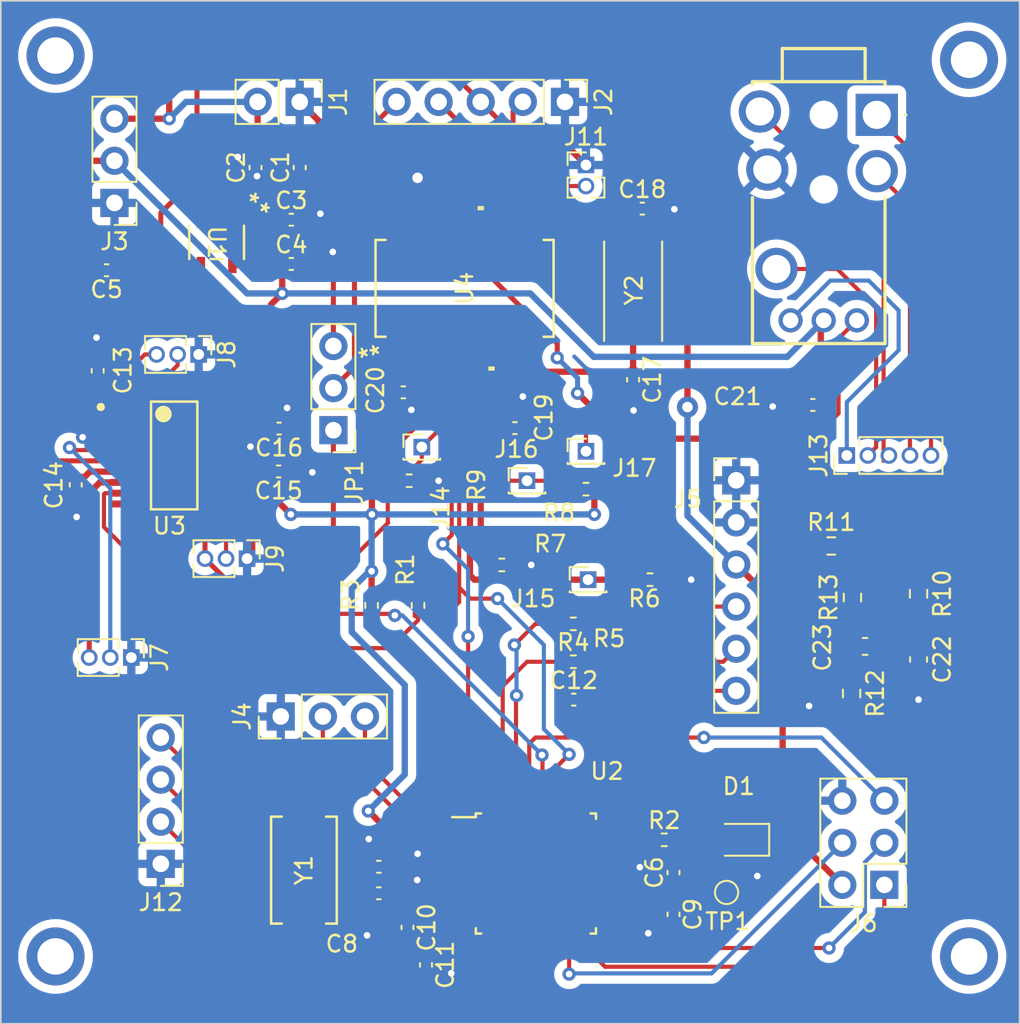
<source format=kicad_pcb>
(kicad_pcb (version 20221018) (generator pcbnew)
  (layers (0 "F.Cu" signal) (31 "B.Cu" signal) (34 "B.Paste" user) (35 "F.Paste" user) (36 "B.SilkS" user "B.Silkscreen") (37 "F.SilkS" user "F.Silkscreen") (38 "B.Mask" user) (39 "F.Mask" user) (44 "Edge.Cuts" user))
  (net 0 "")
  (net 1 "GND")
  (net 2 "VIN_5V")
  (net 3 "VCC_3V3")
  (net 4 "Net-(U2-AREF)")
  (net 5 "MCU_XTAL1")
  (net 6 "MCU_XTAL2")
  (net 7 "MCU_RST")
  (net 8 "CODEC_XOP")
  (net 9 "CODEC_XIN")
  (net 10 "Net-(C22-Pad1)")
  (net 11 "Net-(D1-A)")
  (net 12 "EXTERNAL_IN_I2S_DIN")
  (net 13 "EXTERNAL_IN_I2S_BCLK")
  (net 14 "EXTERNAL_IN_I2S_LRCLK")
  (net 15 "EXTERNAL_IN_I2S_MCLK")
  (net 16 "Net-(J4-Pin_2)")
  (net 17 "Net-(J4-Pin_3)")
  (net 18 "Net-(J7-Pin_2)")
  (net 19 "Net-(J8-Pin_2)")
  (net 20 "Net-(J9-Pin_2)")
  (net 21 "CLKGEN_OUT_I2S_MCLK")
  (net 22 "Net-(J10-DETECTOR_1)")
  (net 23 "Net-(J10-RIGHT_CHANNEL)")
  (net 24 "Net-(J10-DETECTOR_2)")
  (net 25 "Net-(J10-VIN)")
  (net 26 "Net-(J11-Pin_2)")
  (net 27 "MCU_MISO")
  (net 28 "MCU_SCK")
  (net 29 "MCU_MOSI")
  (net 30 "CODEC_IN_I2S_MCLK")
  (net 31 "MCU_SDA1")
  (net 32 "MCU_LED")
  (net 33 "MCU_SCL1")
  (net 34 "MCU_TXD0")
  (net 35 "MCU_RXD0")
  (net 36 "CODEC_GPO0")
  (net 37 "CODEC_GPO7")
  (net 38 "Net-(U4-CSB{slash}GPO2)")
  (net 39 "CODEC_RESETB")
  (net 40 "CODEC_OUT_SPDIF_AUDIO_DATA")
  (net 41 "Net-(U2-ADC6)")
  (net 49 "MCU_INT0")
  (net 54 "CODEC_CLKOUT")
  (net 55 "Net-(C23-Pad2)")
  (net 56 "Net-(J5-Pin_6)")
  (net 57 "Net-(J8-Pin_3)")
  (net 58 "Net-(J5-Pin_4)")
  (net 59 "Net-(J5-Pin_5)")
  (net 60 "Net-(J12-Pin_4)")
  (net 61 "Net-(J12-Pin_3)")
  (net 62 "Net-(J12-Pin_2)")
  (net 63 "Net-(J10-LEFT_CHANNEL)")
  (net 64 "Net-(J10-GND_2)")
  (footprint "lamikr_audio:XTAL_ABM7_ABR" (layer "F.Cu") (at 39.116 72.771 90)
    (fp_text reference "Y1")
    (fp_text value "16M")
  )
  (footprint "MountingHole:MountingHole_2.2mm_M2_ISO7380_Pad_TopBottom" (layer "F.Cu") (at 24.13 23.622)
    (fp_text reference "H1" hide)
    (fp_text value "TL")
  )
  (footprint "Capacitor_SMD:C_0402_1005Metric" (layer "F.Cu") (at 59.535 32.856)
    (fp_text reference "C18")
    (fp_text value "16pF")
  )
  (footprint "Resistor_SMD:R_0603_1608Metric" (layer "F.Cu") (at 76.2 56.0964 -90)
    (fp_text reference "R10")
    (fp_text value "0")
  )
  (footprint "Capacitor_SMD:C_0402_1005Metric" (layer "F.Cu") (at 45.3644 76.228 -90)
    (fp_text reference "C10")
    (fp_text value "16pF")
  )
  (footprint "Capacitor_SMD:C_0402_1005Metric" (layer "F.Cu") (at 37.5894 48.7172 180)
    (fp_text reference "C15")
    (fp_text value "0u1F")
  )
  (footprint "Connector_PinHeader_2.54mm:PinHeader_1x03_P2.54mm_Vertical" (layer "F.Cu") (at 27.686 32.512 180)
    (fp_text reference "J3")
    (fp_text value "PWR Test")
  )
  (footprint "Resistor_SMD:R_0402_1005Metric" (layer "F.Cu") (at 55.37 60.198)
    (fp_text reference "R4")
    (fp_text value "0k")
  )
  (footprint "Resistor_SMD:R_0402_1005Metric" (layer "F.Cu") (at 59.9948 55.245)
    (fp_text reference "R6")
    (fp_text value "10k")
  )
  (footprint "Connector_PinHeader_1.27mm:PinHeader_1x01_P1.27mm_Vertical" (layer "F.Cu") (at 56.134 47.498)
    (fp_text reference "J17")
    (fp_text value "C_CLKOUT")
  )
  (footprint "Resistor_SMD:R_0402_1005Metric" (layer "F.Cu") (at 56.134 49.784)
    (fp_text reference "R8")
    (fp_text value "10k")
  )
  (footprint "Capacitor_SMD:C_0402_1005Metric" (layer "F.Cu") (at 43.6336 74.168 180)
    (fp_text reference "C8")
    (fp_text value "0u1F")
  )
  (footprint "TestPoint:TestPoint_Pad_D1.0mm" (layer "F.Cu") (at 64.6176 74.1172)
    (fp_text reference "TP1")
    (fp_text value "TestPoint")
  )
  (footprint "Capacitor_SMD:C_0402_1005Metric" (layer "F.Cu") (at 26.67 42.644 -90)
    (fp_text reference "C13")
    (fp_text value "0u1F")
  )
  (footprint "Package_QFP:TQFP-32_7x7mm_P0.8mm" (layer "F.Cu") (at 53.1114 72.9742)
    (fp_text reference "U2")
    (fp_text value "ATmega168A-A")
  )
  (footprint "Connector_PinHeader_2.54mm:PinHeader_1x05_P2.54mm_Vertical" (layer "F.Cu") (at 54.864 26.416 -90)
    (fp_text reference "J2")
    (fp_text value "EXT_CLK_IN5")
  )
  (footprint "Connector_PinHeader_1.27mm:PinHeader_1x01_P1.27mm_Vertical" (layer "F.Cu") (at 56.261 55.245)
    (fp_text reference "J15")
    (fp_text value "C_G7")
  )
  (footprint "Capacitor_SMD:C_0402_1005Metric" (layer "F.Cu") (at 25.3492 49.52 90)
    (fp_text reference "C14")
    (fp_text value "0u1F")
  )
  (footprint "Resistor_SMD:R_0603_1608Metric" (layer "F.Cu") (at 72.1614 62.1162 -90)
    (fp_text reference "R12")
    (fp_text value "110")
  )
  (footprint "Connector_PinHeader_2.54mm:PinHeader_1x04_P2.54mm_Vertical" (layer "F.Cu") (at 30.48 72.39 180)
    (fp_text reference "J12")
    (fp_text value "MCU_GPIOS1")
  )
  (footprint "Capacitor_SMD:C_0402_1005Metric" (layer "F.Cu") (at 38.354 36.195)
    (fp_text reference "C4")
    (fp_text value "0u1F")
  )
  (footprint "Resistor_SMD:R_0603_1608Metric" (layer "F.Cu") (at 72.2122 56.325 90)
    (fp_text reference "R13")
    (fp_text value "210")
  )
  (footprint "Connector_PinHeader_1.27mm:PinHeader_1x03_P1.27mm_Vertical" (layer "F.Cu") (at 35.687 53.975 -90)
    (fp_text reference "J9")
    (fp_text value "CLKO_3TP")
  )
  (footprint "Resistor_SMD:R_0402_1005Metric" (layer "F.Cu") (at 55.37 57.912)
    (fp_text reference "R5")
    (fp_text value "10k")
  )
  (footprint "Capacitor_SMD:C_0603_1608Metric" (layer "F.Cu") (at 72.9744 59.2714 180)
    (fp_text reference "C23")
    (fp_text value "0u1F")
  )
  (footprint "Resistor_SMD:R_0402_1005Metric" (layer "F.Cu") (at 46 56.8 90)
    (fp_text reference "R1")
    (fp_text value "4K7")
  )
  (footprint "Resistor_SMD:R_0603_1608Metric" (layer "F.Cu") (at 70.929 53.213)
    (fp_text reference "R11")
    (fp_text value "0")
  )
  (footprint "Connector_PinHeader_1.27mm:PinHeader_1x03_P1.27mm_Vertical" (layer "F.Cu") (at 28.702 59.944 -90)
    (fp_text reference "J7")
    (fp_text value "CLKI_3TP")
  )
  (footprint "Connector_PinHeader_1.27mm:PinHeader_1x01_P1.27mm_Vertical" (layer "F.Cu") (at 46.228 47.244)
    (fp_text reference "J14")
    (fp_text value "C_G0")
  )
  (footprint "Capacitor_SMD:C_0402_1005Metric" (layer "F.Cu") (at 46.482 78.486 -90)
    (fp_text reference "C11")
    (fp_text value "16pF")
  )
  (footprint "Capacitor_SMD:C_0402_1005Metric" (layer "F.Cu") (at 27.206 36.576 180)
    (fp_text reference "C5")
    (fp_text value "0u1F")
  )
  (footprint "Connector_PinHeader_2.54mm:PinHeader_1x06_P2.54mm_Vertical" (layer "F.Cu") (at 65.2 49.25)
    (fp_text reference "J5")
    (fp_text value "FTDI_6P")
  )
  (footprint "Resistor_SMD:R_0402_1005Metric" (layer "F.Cu") (at 45.466 49.276)
    (fp_text reference "R9")
    (fp_text value "10k")
  )
  (footprint "MountingHole:MountingHole_2.2mm_M2_ISO7380_Pad_TopBottom" (layer "F.Cu") (at 24.13 77.978)
    (fp_text reference "H3" hide)
    (fp_text value "BL")
  )
  (footprint "Capacitor_SMD:C_0402_1005Metric" (layer "F.Cu") (at 37.6174 46.1264 180)
    (fp_text reference "C16")
    (fp_text value "0u1F")
  )
  (footprint "lamikr_audio:FCR684204T" (layer "F.Cu") (at 73.6784 27.1986 180)
    (fp_text reference "J10" hide)
    (fp_text value "FCR684204T" hide)
  )
  (footprint "Resistor_SMD:R_0402_1005Metric" (layer "F.Cu") (at 43.2 56.8 -90)
    (fp_text reference "R3")
    (fp_text value "4K7")
  )
  (footprint "Capacitor_SMD:C_0402_1005Metric" (layer "F.Cu") (at 61.4172 72.9208 90)
    (fp_text reference "C6")
    (fp_text value "0u1F")
  )
  (footprint "lamikr_audio:SOT-23-5_DBV_TEX" (layer "F.Cu") (at 33.847999 34.89325 -90)
    (fp_text reference "U1")
    (fp_text value "PTLV709A33DBVR")
  )
  (footprint "Capacitor_SMD:C_0402_1005Metric" (layer "F.Cu") (at 61.4172 75.4406 -90)
    (fp_text reference "C9")
    (fp_text value "0u1F")
  )
  (footprint "LED_SMD:LED_0805_2012Metric" (layer "F.Cu") (at 65.5043 70.9422 180)
    (fp_text reference "D1")
    (fp_text value "LED")
  )
  (footprint "Capacitor_SMD:C_0402_1005Metric" (layer "F.Cu") (at 38.862 30.381 90)
    (fp_text reference "C1")
    (fp_text value "4u7F")
  )
  (footprint "Capacitor_SMD:C_0402_1005Metric" (layer "F.Cu") (at 69.822 44.704 180)
    (fp_text reference "C21")
    (fp_text value "C")
  )
  (footprint "Capacitor_SMD:C_0402_1005Metric" (layer "F.Cu") (at 51.844 46.101)
    (fp_text reference "C19")
    (fp_text value "0u1F")
  )
  (footprint "Capacitor_SMD:C_0603_1608Metric" (layer "F.Cu") (at 76.2 60.0586 -90)
    (fp_text reference "C22")
    (fp_text value "0u1F")
  )
  (footprint "Capacitor_SMD:C_0402_1005Metric" (layer "F.Cu") (at 58.9788 43.18 -90)
    (fp_text reference "C17")
    (fp_text value "16pF")
  )
  (footprint "Capacitor_SMD:C_0402_1005Metric" (layer "F.Cu") (at 55.4 62.484)
    (fp_text reference "C12")
    (fp_text value "0u1F")
  )
  (footprint "lamikr_audio:PW0020A-IPC_A" (layer "F.Cu") (at 31.287616 47.752)
    (fp_text reference "U3")
    (fp_text value "CDCE906PWR")
  )
  (footprint "Connector_PinHeader_1.27mm:PinHeader_1x05_P1.27mm_Vertical" (layer "F.Cu") (at 71.872 47.752 90)
    (fp_text reference "J13")
    (fp_text value "AJ_TP5")
  )
  (footprint "Connector_PinHeader_1.27mm:PinHeader_1x02_P1.27mm_Vertical" (layer "F.Cu") (at 56.134 30.226)
    (fp_text reference "J11")
    (fp_text value "DIN_DOUT_2TP")
  )
  (footprint "Resistor_SMD:R_0402_1005Metric" (layer "F.Cu") (at 60.8584 70.9422)
    (fp_text reference "R2")
    (fp_text value "1K5")
  )
  (footprint "Connector_PinHeader_2.54mm:PinHeader_2x03_P2.54mm_Vertical" (layer "F.Cu") (at 74.14 73.66 180)
    (fp_text reference "J6")
    (fp_text value "AVR-ISP-6")
  )
  (footprint "Capacitor_SMD:C_0402_1005Metric" (layer "F.Cu") (at 38.354 33.528)
    (fp_text reference "C3")
    (fp_text value "1uF")
  )
  (footprint "lamikr_audio:XTAL_ABM7-12.000MHZ-D2Y-T" (layer "F.Cu") (at 58.978 37.846 -90)
    (fp_text reference "Y2")
    (fp_text value "12M")
  )
  (footprint "Connector_PinHeader_2.54mm:PinHeader_1x02_P2.54mm_Vertical" (layer "F.Cu") (at 38.862 26.416 -90)
    (fp_text reference "J1")
    (fp_text value "PWR IN")
  )
  (footprint "Connector_PinHeader_2.54mm:PinHeader_1x03_P2.54mm_Vertical" (layer "F.Cu") (at 40.894 46.228 180)
    (fp_text reference "JP1")
    (fp_text value "MCLK_SEL")
  )
  (footprint "lamikr_audio:SSOP28_WM8805GEDS_V_CIR" (layer "F.Cu") (at 48.809001 37.6682 90)
    (fp_text reference "U4")
    (fp_text value "WM8805GEDS_V")
  )
  (footprint "Resistor_SMD:R_0402_1005Metric" (layer "F.Cu") (at 51.054 54.356 180)
    (fp_text reference "R7")
    (fp_text value "10k")
  )
  (footprint "Capacitor_SMD:C_0402_1005Metric" (layer "F.Cu") (at 45.113 43.942 180)
    (fp_text reference "C20")
    (fp_text value "0u1F")
  )
  (footprint "Capacitor_SMD:C_0402_1005Metric" (layer "F.Cu") (at 36.195 30.381 90)
    (fp_text reference "C2")
    (fp_text value "0u1F")
  )
  (footprint "Capacitor_SMD:C_0402_1005Metric" (layer "F.Cu") (at 43.6346 72.5678 180)
    (fp_text reference "C7" hide)
    (fp_text value "0u1F")
  )
  (footprint "Connector_PinHeader_1.27mm:PinHeader_1x03_P1.27mm_Vertical" (layer "F.Cu") (at 32.766 41.656 -90)
    (fp_text reference "J8")
    (fp_text value "SEL_3TP")
  )
  (footprint "Connector_PinHeader_1.27mm:PinHeader_1x01_P1.27mm_Vertical" (layer "F.Cu") (at 52.578 49.276)
    (fp_text reference "J16")
    (fp_text value "C_RST")
  )
  (footprint "MountingHole:MountingHole_2.2mm_M2_ISO7380_Pad_TopBottom" (layer "F.Cu") (at 79.248 23.876)
    (fp_text reference "H2" hide)
    (fp_text value "TR")
  )
  (footprint "MountingHole:MountingHole_2.2mm_M2_ISO7380_Pad_TopBottom" (layer "F.Cu") (at 79.248 77.978)
    (fp_text reference "H4" hide)
    (fp_text value "BR")
  )
  (footprint "Connector_PinHeader_2.54mm:PinHeader_1x03_P2.54mm_Vertical" (layer "F.Cu") (at 37.719 63.5 90)
    (fp_text reference "J4")
    (fp_text value "MCU_GPIOS2")
  )
  (gr_rect (start 20.828 20.32) (end 82.296 82.042) (stroke (width 0.1)) (fill none) (layer "Edge.Cuts"))
  (gr_text "I2S to TosLink" (at 27.178 22.606) (layer "F.Cu") (effects (font (size 1.016 1.016) (thickness 0.2032) bold) (justify left bottom)))
  (gr_text "Copyright (C) 2024 Mika Laitio " (at 80.4 74.8 90) (layer "F.Cu") (effects (font (size 1.016 1.016) (thickness 0.2032) bold) (justify left bottom)))
  (segment (start 25.887939 46.777001) (end 25.762937 46.651999) (width 0.381) (layer "F.Cu") (net 1))
  (segment (start 39.751 30.861) (end 40.005 30.607) (width 0.381) (layer "F.Cu") (net 1))
  (segment (start 67.495998 44.704) (end 67.4 44.799998) (width 0.381) (layer "F.Cu") (net 1))
  (segment (start 45.9581 73.3742) (end 48.8614 73.3742) (width 0.381) (layer "F.Cu") (net 1))
  (segment (start 44.584001 32.389999) (end 45.974 31) (width 0.381) (layer "F.Cu") (net 1))
  (segment (start 45.9835 71.7742) (end 48.8614 71.7742) (width 0.381) (layer "F.Cu") (net 1))
  (segment (start 45.234002 42.729999) (end 45.234002 41.3004) (width 0.381) (layer "F.Cu") (net 1))
  (segment (start 26.67 42.164) (end 26.67 40.710002) (width 0.381) (layer "F.Cu") (net 1))
  (segment (start 44.584001 34.036) (end 44.584001 32.389999) (width 0.381) (layer "F.Cu") (net 1))
  (segment (start 40.132 36.195) (end 40.857824 35.469176) (width 0.381) (layer "F.Cu") (net 1))
  (segment (start 59.5376 72.4408) (end 59.3852 72.5932) (width 0.381) (layer "F.Cu") (net 1))
  (segment (start 25.3492 50) (end 25.3492 51.4096) (width 0.381) (layer "F.Cu") (net 1))
  (segment (start 69.342 44.704) (end 67.495998 44.704) (width 0.381) (layer "F.Cu") (net 1))
  (segment (start 33.847999 33.528) (end 33.847999 31.026527) (width 0.381) (layer "F.Cu") (net 1))
  (segment (start 45.165001 42.799) (end 45.234002 42.729999) (width 0.381) (layer "F.Cu") (net 1))
  (segment (start 52.324 44.196) (end 52.324 46.101) (width 0.381) (layer "F.Cu") (net 1))
  (segment (start 65.2 51.79) (end 65.2 49.25) (width 0.381) (layer "F.Cu") (net 1))
  (segment (start 51.733999 42.5069) (end 51.733999 41.3004) (width 0.381) (layer "F.Cu") (net 1))
  (segment (start 45.593 43.942) (end 45.593 43.226999) (width 0.381) (layer "F.Cu") (net 1))
  (segment (start 59.8932 76.581) (end 60.7568 76.581) (width 0.381) (layer "F.Cu") (net 1))
  (segment (start 45.884001 41.3004) (end 45.234002 41.3004) (width 0.381) (layer "F.Cu") (net 1))
  (segment (start 59.0042 43.6854) (end 58.9788 43.66) (width 0.381) (layer "F.Cu") (net 1))
  (segment (start 47.184 32.21) (end 45.974 31) (width 0.381) (layer "F.Cu") (net 1))
  (segment (start 33.847999 31.026527) (end 35.131587 29.742939) (width 0.381) (layer "F.Cu") (net 1))
  (segment (start 76.2 60.8336) (end 76.2 62.484) (width 0.381) (layer "F.Cu") (net 1))
  (segment (start 66.4718 73.1266) (end 66.4718 70.9722) (width 0.381) (layer "F.Cu") (net 1))
  (segment (start 39.624 48.768) (end 39.5732 48.7172) (width 0.381) (layer "F.Cu") (net 1))
  (segment (start 45.593 43.942) (end 45.593 44.993018) (width 0.381) (layer "F.Cu") (net 1))
  (segment (start 34.163 46.777001) (end 35.448601 46.777001) (width 0.381) (layer "F.Cu") (net 1))
  (segment (start 35.995 53.667) (end 35.995 49.902255) (width 0.381) (layer "F.Cu") (net 1))
  (segment (start 61.4172 72.4408) (end 59.5376 72.4408) (width 0.381) (layer "F.Cu") (net 1))
  (segment (start 48.484 34.036) (end 44.584001 34.036) (width 0.381) (layer "F.Cu") (net 1))
  (segment (start 43.1536 74.168) (end 43.1536 72.5688) (width 0.381) (layer "F.Cu") (net 1))
  (segment (start 36.195 30.861) (end 36.231431 30.897431) (width 0.381) (layer "F.Cu") (net 1))
  (segment (start 38.862 36.195) (end 40.132 36.195) (width 0.381) (layer "F.Cu") (net 1))
  (segment (start 47.184 34.036) (end 47.184 32.21) (width 0.381) (layer "F.Cu") (net 1))
  (segment (start 40.005 27.559) (end 38.862 26.416) (width 0.381) (layer "F.Cu") (net 1))
  (segment (start 54.864 28.956) (end 54.864 26.416) (width 0.381) (layer "F.Cu") (net 1))
  (segment (start 38.862 30.861) (end 39.751 30.861) (width 0.381) (layer "F.Cu") (net 1))
  (segment (start 39.5732 48.7172) (end 38.0694 48.7172) (width 0.381) (layer "F.Cu") (net 1))
  (segment (start 26.67 40.710002) (end 26.6 40.640002) (width 0.381) (layer "F.Cu") (net 1))
  (segment (start 35.448601 46.777001) (end 35.8902 47.2186) (width 0.381) (layer "F.Cu") (net 1))
  (segment (start 45.9486 73.3647) (end 45.9581 73.3742) (width 0.381) (layer "F.Cu") (net 1))
  (segment (start 60.7568 76.581) (end 61.4172 75.9206) (width 0.381) (layer "F.Cu") (net 1))
  (segment (start 59.0042 45.0342) (end 59.0042 43.6854) (width 0.381) (layer "F.Cu") (net 1))
  (segment (start 26.177001 50) (end 25.3492 50) (width 0.381) (layer "F.Cu") (net 1))
  (segment (start 35.469746 49.377001) (end 34.163 49.377001) (width 0.381) (layer "F.Cu") (net 1))
  (segment (start 43.1546 72.5678) (end 43.1546 71.0184) (width 0.381) (layer "F.Cu") (net 1))
  (segment (start 57.3614 72.5742) (end 59.3662 72.5742) (width 0.381) (layer "F.Cu") (net 1))
  (segment (start 39.745619 33.528) (end 40.107249 33.16637) (width 0.381) (layer "F.Cu") (net 1))
  (segment (start 45.976 49.276) (end 47.244 49.276) (width 0.381) (layer "F.Cu") (net 1))
  (segment (start 72.1614 62.9412) (end 69.6722 62.9412) (width 0.381) (layer "F.Cu") (net 1))
  (segment (start 38.0974 46.1264) (end 38.0974 44.8844) (width 0.381) (layer "F.Cu") (net 1))
  (segment (start 43.1546 71.0184) (end 43.0276 70.8914) (width 0.381) (layer "F.Cu") (net 1))
  (segment (start 69.1134 44.4754) (end 69.342 44.704) (width 0.381) (layer "F.Cu") (net 1))
  (segment (start 28.412232 49.377001) (end 26.8 49.377001) (width 0.381) (layer "F.Cu") (net 1))
  (segment (start 25.3492 51.4096) (end 25.4 51.4604) (width 0.381) (layer "F.Cu") (net 1))
  (segment (start 51.564 54.356) (end 52.832 54.356) (width 0.381) (layer "F.Cu") (net 1))
  (segment (start 48.006 78.994) (end 46.51 78.994) (width 0.381) (layer "F.Cu") (net 1))
  (segment (start 38.862 33.528) (end 39.745619 33.528) (width 0.381) (layer "F.Cu") (net 1))
  (segment (start 52.324 43.096901) (end 51.733999 42.5069) (width 0.381) (layer "F.Cu") (net 1))
  (segment (start 28.412232 46.777001) (end 25.887939 46.777001) (width 0.381) (layer "F.Cu") (net 1))
  (segment (start 66.4718 70.9722) (end 66.4418 70.9422) (width 0.381) (layer "F.Cu") (net 1))
  (segment (start 35.995 49.902255) (end 35.469746 49.377001) (width 0.381) (layer "F.Cu") (net 1))
  (segment (start 45.593 43.226999) (end 45.165001 42.799) (width 0.381) (layer "F.Cu") (net 1))
  (segment (start 45.3644 76.708) (end 42.926 76.708) (width 0.381) (layer "F.Cu") (net 1))
  (segment (start 60.5048 55.245) (end 62.484 55.245) (width 0.381) (layer "F.Cu") (net 1))
  (segment (start 40.005 30.607) (end 40.005 27.559) (width 0.381) (layer "F.Cu") (net 1))
  (segment (start 61.431 32.856) (end 61.468 32.893) (width 0.381) (layer "F.Cu") (net 1))
  (segment (start 45.974 71.7837) (end 45.9835 71.7742) (width 0.381) (layer "F.Cu") (net 1))
  (segment (start 69.6722 62.9412) (end 69.596 62.865) (width 0.381) (layer "F.Cu") (net 1))
  (segment (start 38.0974 44.8844) (end 38.1 44.8818) (width 0.381) (layer "F.Cu") (net 1))
  (segment (start 45.593 44.993018) (end 45.6 45.000018) (width 0.381) (layer "F.Cu") (net 1))
  (segment (start 52.324 44.196) (end 52.324 43.096901) (width 0.381) (layer "F.Cu") (net 1))
  (segment (start 46.51 78.994) (end 46.482 78.966) (width 0.381) (layer "F.Cu") (net 1))
  (segment (start 60.015 32.856) (end 61.431 32.856) (width 0.381) (layer "F.Cu") (net 1))
  (segment (start 56.134 30.226) (end 54.864 28.956) (width 0.381) (layer "F.Cu") (net 1))
  (segment (start 27.686 36.576) (end 27.686 32.512) (width 0.381) (layer "F.Cu") (net 1))
  (segment (start 26.8 49.377001) (end 26.177001 50) (width 0.381) (layer "F.Cu") (net 1))
  (segment (start 59.3662 72.5742) (end 59.3852 72.5932) (width 0.381) (layer "F.Cu") (net 1))
  (segment (start 36.195 30.861) (end 38.862 30.861) (width 0.381) (layer "F.Cu") (net 1))
  (segment (start 36.231431 30.897431) (end 36.286078 30.897431) (width 0.381) (layer "F.Cu") (net 1))
  (segment (start 35.687 53.975) (end 35.995 53.667) (width 0.381) (layer "F.Cu") (net 1))
  (segment (start 43.1536 72.5688) (end 43.1546 72.5678) (width 0.381) (layer "F.Cu") (net 1))
  (via (at 35.131587 29.742939) (size 0.8) (drill 0.4) (layers "F.Cu" "B.Cu") (net 1))
  (via (at 25.4 51.4604) (size 0.8) (drill 0.4) (layers "F.Cu" "B.Cu") (net 1))
  (via (at 66.4718 73.1266) (size 0.8) (drill 0.4) (layers "F.Cu" "B.Cu") (net 1))
  (via (at 61.468 32.893) (size 0.8) (drill 0.4) (layers "F.Cu" "B.Cu") (net 1))
  (via (at 45.9486 73.3647) (size 0.8) (drill 0.4) (layers "F.Cu" "B.Cu") (net 1))
  (via (at 35.8902 47.2186) (size 0.8) (drill 0.4) (layers "F.Cu" "B.Cu") (net 1))
  (via (at 47.244 49.276) (size 0.8) (drill 0.4) (layers "F.Cu" "B.Cu") (net 1))
  (via (at 67.4 44.799998) (size 0.8) (drill 0.4) (layers "F.Cu" "B.Cu") (net 1))
  (via (at 69.596 62.865) (size 0.8) (drill 0.4) (layers "F.Cu" "B.Cu") (net 1))
  (via (at 36.286078 30.897431) (size 0.8) (drill 0.4) (layers "F.Cu" "B.Cu") (net 1))
  (via (at 59.8932 76.581) (size 0.8) (drill 0.4) (layers "F.Cu" "B.Cu") (net 1))
  (via (at 48.006 78.994) (size 0.8) (drill 0.4) (layers "F.Cu" "B.Cu") (net 1))
  (via (at 59.3852 72.5932) (size 0.8) (drill 0.4) (layers "F.Cu" "B.Cu") (net 1))
  (via (at 25.762937 46.651999) (size 0.8) (drill 0.4) (layers "F.Cu" "B.Cu") (net 1))
  (via (at 40.107249 33.16637) (size 0.8) (drill 0.4) (layers "F.Cu" "B.Cu") (net 1))
  (via (at 52.832 54.356) (size 0.8) (drill 0.4) (layers "F.Cu" "B.Cu") (net 1))
  (via (at 42.926 76.708) (size 0.8) (drill 0.4) (layers "F.Cu" "B.Cu") (net 1))
  (via (at 59.0042 45.0342) (size 0.8) (drill 0.4) (layers "F.Cu" "B.Cu") (net 1))
  (via (at 40.857824 35.469176) (size 0.8) (drill 0.4) (layers "F.Cu" "B.Cu") (net 1))
  (via (at 39.624 48.768) (size 0.8) (drill 0.4) (layers "F.Cu" "B.Cu") (net 1))
  (via (at 26.6 40.640002) (size 0.8) (drill 0.4) (layers "F.Cu" "B.Cu") (net 1))
  (via (at 45.6 45.000018) (size 0.8) (drill 0.4) (layers "F.Cu" "B.Cu") (net 1))
  (via (at 52.324 44.196) (size 0.8) (drill 0.4) (layers "F.Cu" "B.Cu") (net 1))
  (via (at 62.484 55.245) (size 0.8) (drill 0.4) (layers "F.Cu" "B.Cu") (net 1))
  (via (at 38.1 44.8818) (size 0.8) (drill 0.4) (layers "F.Cu" "B.Cu") (net 1))
  (via (at 45.974 71.7837) (size 0.8) (drill 0.4) (layers "F.Cu" "B.Cu") (net 1))
  (via (at 76.2 62.484) (size 0.8) (drill 0.4) (layers "F.Cu" "B.Cu") (net 1))
  (via (at 45.974 31) (size 1.27) (drill 0.635) (layers "F.Cu" "B.Cu") (net 1))
  (via (at 43.0276 70.8914) (size 0.8) (drill 0.4) (layers "F.Cu" "B.Cu") (net 1))
  (segment (start 30.988 24.8571) (end 30.988 27.432) (width 0.381) (layer "F.Cu") (net 2))
  (segment (start 34.798 31.193878) (end 36.090878 29.901) (width 0.381) (layer "F.Cu") (net 2))
  (segment (start 57.4707 23.3331) (end 62.2585 28.1209) (width 0.381) (layer "F.Cu") (net 2))
  (segment (start 62.2585 28.1209) (end 62.2585 44.831) (width 0.381) (layer "F.Cu") (net 2))
  (segment (start 36.090878 29.901) (end 36.195 29.901) (width 0.381) (layer "F.Cu") (net 2))
  (segment (start 36.322 26.416) (end 36.322 29.774) (width 0.381) (layer "F.Cu") (net 2))
  (segment (start 36.195 29.901) (end 38.862 29.901) (width 0.381) (layer "F.Cu") (net 2))
  (segment (start 32.512 23.3331) (end 30.988 24.8571) (width 0.381) (layer "F.Cu") (net 2))
  (segment (start 36.322 29.774) (end 36.195 29.901) (width 0.381) (layer "F.Cu") (net 2))
  (segment (start 68 57.13) (end 68 70.06) (width 0.381) (layer "F.Cu") (net 2))
  (segment (start 65.2 54.33) (end 68 57.13) (width 0.381) (layer "F.Cu") (net 2))
  (segment (start 68 70.06) (end 71.6 73.66) (width 0.381) (layer "F.Cu") (net 2))
  (segment (start 27.686 27.432) (end 30.988 27.432) (width 0.381) (layer "F.Cu") (net 2))
  (segment (start 37.874 33.528) (end 34.798 33.528) (width 0.381) (layer "F.Cu") (net 2))
  (segment (start 34.798 33.528) (end 34.798 31.193878) (width 0.381) (layer "F.Cu") (net 2))
  (segment (start 32.512 23.3331) (end 57.4707 23.3331) (width 0.381) (layer "F.Cu") (net 2))
  (via (at 30.988 27.432) (size 0.8) (drill 0.4) (layers "F.Cu" "B.Cu") (net 2))
  (via (at 62.2585 44.831) (size 1.27) (drill 0.635) (layers "F.Cu" "B.Cu") (net 2))
  (segment (start 36.322 26.416) (end 32.004 26.416) (width 0.381) (layer "B.Cu") (net 2))
  (segment (start 62.103 44.9865) (end 62.2585 44.831) (width 0.381) (layer "B.Cu") (net 2))
  (segment (start 65.2 54.33) (end 62.2585 51.3885) (width 0.381) (layer "B.Cu") (net 2))
  (segment (start 32.004 26.416) (end 30.988 27.432) (width 0.381) (layer "B.Cu") (net 2))
  (segment (start 62.2585 51.3885) (end 62.2585 44.831) (width 0.381) (layer "B.Cu") (net 2))
  (segment (start 44.2242 72.568) (end 44.1162 72.46) (width 0.381) (layer "F.Cu") (net 3))
  (segment (start 43.21701 45.667989) (end 43.21701 51.308) (width 0.381) (layer "F.Cu") (net 3))
  (segment (start 44.1136 72.5688) (end 44.1146 72.5678) (width 0.381) (layer "F.Cu") (net 3))
  (segment (start 37.1374 46.1264) (end 37.1374 48.6892) (width 0.381) (layer "F.Cu") (net 3))
  (segment (start 61.4036 74.9742) (end 61.4172 74.9606) (width 0.381) (layer "F.Cu") (net 3))
  (segment (start 44.121 72.5742) (end 44.1146 72.5678) (width 0.381) (layer "F.Cu") (net 3))
  (segment (start 48.8614 74.1742) (end 44.1198 74.1742) (width 0.381) (layer "F.Cu") (net 3))
  (segment (start 37.099601 48.726999) (end 37.1094 48.7172) (width 0.381) (layer "F.Cu") (net 3))
  (segment (start 37.136801 46.126999) (end 37.1374 46.1264) (width 0.381) (layer "F.Cu") (net 3))
  (segment (start 48.8614 72.5742) (end 44.121 72.5742) (width 0.381) (layer "F.Cu") (net 3))
  (segment (start 25.908 29.972) (end 27.686 29.972) (width 0.381) (layer "F.Cu") (net 3))
  (segment (start 51.084 45.821) (end 51.364 46.101) (width 0.381) (layer "F.Cu") (net 3))
  (segment (start 44.633 43.942) (end 44.633 44.251999) (width 0.381) (layer "F.Cu") (net 3))
  (segment (start 55.5054 74.1742) (end 56.3054 74.9742) (width 0.381) (layer "F.Cu") (net 3))
  (segment (start 48.8614 74.1742) (end 55.5054 74.1742) (width 0.381) (layer "F.Cu") (net 3))
  (segment (start 26.203001 48.726999) (end 25.89 49.04) (width 0.381) (layer "F.Cu") (net 3))
  (segment (start 37.8105 36.2585) (end 37.874 36.195) (width 0.381) (layer "F.Cu") (net 3))
  (segment (start 37.1374 46.1264) (end 37.1374 38.635608) (width 0.381) (layer "F.Cu") (net 3))
  (segment (start 37.80675 37.966258) (end 37.8 37.973008) (width 0.381) (layer "F.Cu") (net 3))
  (segment (start 70.302 44.704) (end 70.302 39.775) (width 0.381) (layer "F.Cu") (net 3))
  (segment (start 44.1136 74.168) (end 44.1136 72.5688) (width 0.381) (layer "F.Cu") (net 3))
  (segment (start 44.1136 72.4626) (end 44.1162 72.46) (width 0.381) (layer "F.Cu") (net 3))
  (segment (start 50.0126 39.0652) (end 51.084 40.1366) (width 0.381) (layer "F.Cu") (net 3))
  (segment (start 70.302 39.775) (end 70.4784 39.5986) (width 0.381) (layer "F.Cu") (net 3))
  (segment (start 26.2405 43.5535) (end 26.67 43.124) (width 0.381) (layer "F.Cu") (net 3))
  (segment (start 44.1146 70.3146) (end 43 69.2) (width 0.381) (layer "F.Cu") (net 3))
  (segment (start 37.1094 50.0904) (end 38.326999 51.307999) (width 0.381) (layer "F.Cu") (net 3))
  (segment (start 43.2 56.29) (end 43.2 54.737) (width 0.381) (layer "F.Cu") (net 3))
  (segment (start 51.084 41.3004) (end 51.084 45.821) (width 0.381) (layer "F.Cu") (net 3))
  (segment (start 28.412232 46.126999) (end 27.053516 46.126999) (width 0.381) (layer "F.Cu") (net 3))
  (segment (start 37.80675 36.67125) (end 37.80675 37.966258) (width 0.381) (layer "F.Cu") (net 3))
  (segment (start 45.612701 39.0652) (end 50.0126 39.0652) (width 0.381) (layer "F.Cu") (net 3))
  (segment (start 26.2405 45.313983) (end 26.2405 43.5535) (width 0.381) (layer "F.Cu") (net 3))
  (segment (start 56.642 49.786) (end 56.644 49.784) (width 0.381) (layer "F.Cu") (net 3))
  (segment (start 44.1198 74.1742) (end 44.1136 74.168) (width 0.381) (layer "F.Cu") (net 3))
  (segment (start 37.1374 48.6892) (end 37.1094 48.7172) (width 0.381) (layer "F.Cu") (net 3))
  (segment (start 44.584001 43.893001) (end 44.633 43.942) (width 0.381) (layer "F.Cu") (net 3))
  (segment (start 37.1094 48.7172) (end 37.1094 50.0904) (width 0.381) (layer "F.Cu") (net 3))
  (segment (start 28.412232 48.726999) (end 26.203001 48.726999) (width 0.381) (layer "F.Cu") (net 3))
  (segment (start 44.1146 72.5678) (end 44.1146 70.3146) (width 0.381) (layer "F.Cu") (net 3))
  (segment (start 28.412232 46.126999) (end 34.163 46.126999) (width 0.381) (layer "F.Cu") (net 3))
  (segment (start 51.084 40.1366) (end 51.084 41.3004) (width 0.381) (layer "F.Cu") (net 3))
  (segment (start 56.3054 74.9742) (end 57.3614 74.9742) (width 0.381) (layer "F.Cu") (net 3))
  (segment (start 26.726 36.576) (end 25.146 34.996) (width 0.381) (layer "F.Cu") (net 3))
  (segment (start 44.584001 41.3004) (end 44.584001 43.893001) (width 0.381) (layer "F.Cu") (net 3))
  (segment (start 44.584001 41.3004) (end 44.584001 40.0939) (width 0.381) (layer "F.Cu") (net 3))
  (segment (start 25.89 49.04) (end 25.3492 49.04) (width 0.381) (layer "F.Cu") (net 3))
  (segment (start 44.633 44.251999) (end 43.21701 45.667989) (width 0.381) (layer "F.Cu") (net 3))
  (segment (start 25.146 34.996) (end 25.146 30.734) (width 0.381) (layer "F.Cu") (net 3))
  (segment (start 70.302 45.013999) (end 70.302 44.704) (width 0.381) (layer "F.Cu") (net 3))
  (segment (start 34.163 48.726999) (end 28.412232 48.726999) (width 0.381) (layer "F.Cu") (net 3))
  (segment (start 57.3614 74.9742) (end 61.4036 74.9742) (width 0.381) (layer "F.Cu") (net 3))
  (segment (start 43.2 56.29) (end 43.3305 56.1595) (width 0.381) (layer "F.Cu") (net 3))
  (segment (start 44.584001 40.0939) (end 45.612701 39.0652) (width 0.381) (layer "F.Cu") (net 3))
  (segment (start 34.798 36.2585) (end 37.8105 36.2585) (width 0.381) (layer "F.Cu") (net 3))
  (segment (start 27.053516 46.126999) (end 26.2405 45.313983) (width 0.381) (layer "F.Cu") (net 3))
  (segment (start 37.1374 38.635608) (end 37.8 37.973008) (width 0.381) (layer "F.Cu") (net 3))
  (segment (start 25.146 30.734) (end 25.908 29.972) (width 0.381) (layer "F.Cu") (net 3))
  (segment (start 45.8695 56.1595) (end 46 56.29) (width 0.381) (layer "F.Cu") (net 3))
  (segment (start 34.163 48.726999) (end 37.099601 48.726999) (width 0.381) (layer "F.Cu") (net 3))
  (segment (start 34.163 46.126999) (end 37.136801 46.126999) (width 0.381) (layer "F.Cu") (net 3))
  (segment (start 43.3305 56.1595) (end 45.8695 56.1595) (width 0.381) (layer "F.Cu") (net 3))
  (segment (start 56.642 51.308) (end 56.642 49.786) (width 0.381) (layer "F.Cu") (net 3))
  (via (at 43 69.2) (size 0.8) (drill 0.4) (layers "F.Cu" "B.Cu") (net 3))
  (via (at 43.2 54.737) (size 0.8) (drill 0.4) (layers "F.Cu" "B.Cu") (net 3))
  (via (at 56.642 51.308) (size 0.8) (drill 0.4) (layers "F.Cu" "B.Cu") (net 3))
  (via (at 43.21701 51.308) (size 0.8) (drill 0.4) (layers "F.Cu" "B.Cu") (net 3))
  (via (at 38.326999 51.307999) (size 0.8) (drill 0.4) (layers "F.Cu" "B.Cu") (net 3))
  (via (at 37.8 37.973008) (size 0.8) (drill 0.4) (layers "F.Cu" "B.Cu") (net 3))
  (segment (start 43.21701 51.308) (end 43.2 51.32501) (width 0.381) (layer "B.Cu") (net 3))
  (segment (start 43.2 51.32501) (end 43.2 54.737) (width 0.381) (layer "B.Cu") (net 3))
  (segment (start 68.277 41.8) (end 56.6 41.8) (width 0.381) (layer "B.Cu") (net 3))
  (segment (start 52.773008 37.973008) (end 37.8 37.973008) (width 0.381) (layer "B.Cu") (net 3))
  (segment (start 43.21701 51.308) (end 38.327 51.308) (width 0.381) (layer "B.Cu") (net 3))
  (segment (start 34.957 37.243) (end 27.686 29.972) (width 0.381) (layer "B.Cu") (net 3))
  (segment (start 45.2 61.6) (end 42 58.4) (width 0.381) (layer "B.Cu") (net 3))
  (segment (start 45.2 67) (end 45.2 61.6) (width 0.381) (layer "B.Cu") (net 3))
  (segment (start 42 55.8) (end 43.063 54.737) (width 0.381) (layer "B.Cu") (net 3))
  (segment (start 38.327 51.308) (end 38.326999 51.307999) (width 0.381) (layer "B.Cu") (net 3))
  (segment (start 37.8 37.973008) (end 35.687008 37.973008) (width 0.381) (layer "B.Cu") (net 3))
  (segment (start 35.687008 37.973008) (end 34.957 37.243) (width 0.381) (layer "B.Cu") (net 3))
  (segment (start 43.063 54.737) (end 43.2 54.737) (width 0.381) (layer "B.Cu") (net 3))
  (segment (start 56.642 51.308) (end 43.21701 51.308) (width 0.381) (layer "B.Cu") (net 3))
  (segment (start 70.4784 39.5986) (end 68.277 41.8) (width 0.381) (layer "B.Cu") (net 3))
  (segment (start 42 58.4) (end 42 55.8) (width 0.381) (layer "B.Cu") (net 3))
  (segment (start 43 69.2) (end 45.2 67) (width 0.381) (layer "B.Cu") (net 3))
  (segment (start 56.6 41.8) (end 52.773008 37.973008) (width 0.381) (layer "B.Cu") (net 3))
  (segment (start 57.3614 73.3742) (end 61.3906 73.3742) (width 0.25) (layer "F.Cu") (net 4))
  (segment (start 61.3906 73.3742) (end 61.4172 73.4008) (width 0.25) (layer "F.Cu") (net 4))
  (segment (start 41.8592 69.3928) (end 41.1988 68.7324) (width 0.381) (layer "F.Cu") (net 5))
  (segment (start 46.934 75.748) (end 47.7078 74.9742) (width 0.381) (layer "F.Cu") (net 5))
  (segment (start 39.7764 68.7324) (end 39.116 69.3928) (width 0.381) (layer "F.Cu") (net 5))
  (segment (start 47.7078 74.9742) (end 48.8614 74.9742) (width 0.381) (layer "F.Cu") (net 5))
  (segment (start 41.1988 68.7324) (end 39.7764 68.7324) (width 0.381) (layer "F.Cu") (net 5))
  (segment (start 39.116 69.3928) (end 39.116 70.6374) (width 0.381) (layer "F.Cu") (net 5))
  (segment (start 41.8592 75.6412) (end 41.8592 69.3928) (width 0.381) (layer "F.Cu") (net 5))
  (segment (start 42.136 75.918) (end 41.8592 75.6412) (width 0.381) (layer "F.Cu") (net 5))
  (segment (start 45.3644 75.748) (end 46.934 75.748) (width 0.381) (layer "F.Cu") (net 5))
  (segment (start 45.3644 75.918) (end 42.136 75.918) (width 0.381) (layer "F.Cu") (net 5))
  (segment (start 39.116 76.962) (end 40.16 78.006) (width 0.381) (layer "F.Cu") (net 6))
  (segment (start 46.482 78.006) (end 46.6296 78.006) (width 0.381) (layer "F.Cu") (net 6))
  (segment (start 46.6296 78.006) (end 48.8614 75.7742) (width 0.381) (layer "F.Cu") (net 6))
  (segment (start 39.116 76.962) (end 39.116 74.9046) (width 0.381) (layer "F.Cu") (net 6))
  (segment (start 46.482 78.006) (end 40.16 78.006) (width 0.381) (layer "F.Cu") (net 6))
  (segment (start 54.92 64.714) (end 54.864 64.77) (width 0.25) (layer "F.Cu") (net 7))
  (segment (start 52.7114 65.1446) (end 52.7114 68.7242) (width 0.25) (layer "F.Cu") (net 7))
  (segment (start 63.246 64.77) (end 54.864 64.77) (width 0.25) (layer "F.Cu") (net 7))
  (segment (start 54.864 64.77) (end 53.086 64.77) (width 0.25) (layer "F.Cu") (net 7))
  (segment (start 54.92 62.484) (end 54.92 64.714) (width 0.25) (layer "F.Cu") (net 7))
  (segment (start 53.086 64.77) (end 52.7114 65.1446) (width 0.25) (layer "F.Cu") (net 7))
  (via (at 63.246 64.77) (size 0.8) (drill 0.4) (layers "F.Cu" "B.Cu") (net 7))
  (segment (start 74.14 68.58) (end 70.33 64.77) (width 0.25) (layer "B.Cu") (net 7))
  (segment (start 70.33 64.77) (end 63.246 64.77) (width 0.25) (layer "B.Cu") (net 7))
  (segment (start 58.978 39.996) (end 58.978 42.6992) (width 0.381) (layer "F.Cu") (net 8))
  (segment (start 58.978 42.6992) (end 58.9788 42.7) (width 0.381) (layer "F.Cu") (net 8))
  (segment (start 53.522705 42.7) (end 53.033999 42.211294) (width 0.381) (layer "F.Cu") (net 8))
  (segment (start 58.9788 42.7) (end 53.522705 42.7) (width 0.381) (layer "F.Cu") (net 8))
  (segment (start 53.033999 42.211294) (end 53.033999 41.3004) (width 0.381) (layer "F.Cu") (net 8))
  (segment (start 54.214001 32.856) (end 53.034001 34.036) (width 0.381) (layer "F.Cu") (net 9))
  (segment (start 58.978 35.696) (end 58.978 32.933) (width 0.381) (layer "F.Cu") (net 9))
  (segment (start 58.978 32.933) (end 59.055 32.856) (width 0.381) (layer "F.Cu") (net 9))
  (segment (start 59.055 32.856) (end 54.214001 32.856) (width 0.381) (layer "F.Cu") (net 9))
  (segment (start 76.2 59.2836) (end 76.2 56.9214) (width 0.25) (layer "F.Cu") (net 10))
  (segment (start 76.1878 59.2714) (end 76.2 59.2836) (width 0.25) (layer "F.Cu") (net 10))
  (segment (start 73.7494 59.2714) (end 76.1878 59.2714) (width 0.25) (layer "F.Cu") (net 10))
  (segment (start 64.5668 70.9422) (end 61.3684 70.9422) (width 0.25) (layer "F.Cu") (net 11))
  (segment (start 52.324 26.416) (end 51.734001 27.005999) (width 0.3048) (layer "F.Cu") (net 12))
  (segment (start 51.734001 27.005999) (end 51.734001 34.036) (width 0.3048) (layer "F.Cu") (net 12))
  (segment (start 32.6644 24.8356) (end 33.624 23.876) (width 0.3048) (layer "F.Cu") (net 13))
  (segment (start 30.48 35.6) (end 30.48 33.12) (width 0.3048) (layer "F.Cu") (net 13))
  (segment (start 28.412232 48.077001) (end 24.222999 48.077001) (width 0.3048) (layer "F.Cu") (net 13))
  (segment (start 23.9 48.4) (end 23.9 42.1) (width 0.3048) (layer "F.Cu") (net 13))
  (segment (start 25.6 40.48) (end 25.52 40.48) (width 0.3048) (layer "F.Cu") (net 13))
  (segment (start 33.624 23.876) (end 47.244 23.876) (width 0.3048) (layer "F.Cu") (net 13))
  (segment (start 25.52 40.48) (end 24.7 41.3) (width 0.3048) (layer "F.Cu") (net 13))
  (segment (start 26.162 59.944) (end 26.162 56.762) (width 0.3048) (layer "F.Cu") (net 13))
  (segment (start 32.6644 30.9356) (end 32.6644 24.8356) (width 0.3048) (layer "F.Cu") (net 13))
  (segment (start 30.48 33.12) (end 32.6644 30.9356) (width 0.3048) (layer "F.Cu") (net 13))
  (segment (start 51.084 27.716) (end 51.084 34.036) (width 0.3048) (layer "F.Cu") (net 13))
  (segment (start 30.48 35.6) (end 25.6 40.48) (width 0.3048) (layer "F.Cu") (net 13))
  (segment (start 23.9 42.1) (end 24.7 41.3) (width 0.3048) (layer "F.Cu") (net 13))
  (segment (start 49.784 26.416) (end 51.084 27.716) (width 0.3048) (layer "F.Cu") (net 13))
  (segment (start 47.244 23.876) (end 49.784 26.416) (width 0.3048) (layer "F.Cu") (net 13))
  (segment (start 23.9 54.5) (end 23.9 48.4) (width 0.3048) (layer "F.Cu") (net 13))
  (segment (start 26.162 56.762) (end 23.9 54.5) (width 0.3048) (layer "F.Cu") (net 13))
  (segment (start 24.222999 48.077001) (end 23.9 48.4) (width 0.3048) (layer "F.Cu") (net 13))
  (segment (start 47.244 26.416) (end 50.434002 29.606002) (width 0.3048) (layer "F.Cu") (net 14))
  (segment (start 50.434002 29.606002) (end 50.434002 34.036) (width 0.3048) (layer "F.Cu") (net 14))
  (segment (start 41.660224 29.459776) (end 44.704 26.416) (width 0.3048) (layer "F.Cu") (net 15))
  (segment (start 41.660224 35.801541) (end 41.660224 29.459776) (width 0.3048) (layer "F.Cu") (net 15))
  (segment (start 40.894 41.148) (end 40.894 36.567765) (width 0.3048) (layer "F.Cu") (net 15))
  (segment (start 40.894 36.567765) (end 41.660224 35.801541) (width 0.3048) (layer "F.Cu") (net 15))
  (segment (start 46.4378 70.9742) (end 48.8614 70.9742) (width 0.25) (layer "F.Cu") (net 16))
  (segment (start 40.259 64.7954) (end 46.4378 70.9742) (width 0.25) (layer "F.Cu") (net 16))
  (segment (start 40.259 63.5) (end 40.259 64.7954) (width 0.25) (layer "F.Cu") (net 16))
  (segment (start 42.799 66.167) (end 42.799 63.5) (width 0.25) (layer "F.Cu") (net 17))
  (segment (start 48.8614 70.1742) (end 46.8062 70.1742) (width 0.25) (layer "F.Cu") (net 17))
  (segment (start 46.8062 70.1742) (end 42.799 66.167) (width 0.25) (layer "F.Cu") (net 17))
  (segment (start 25.125394 47.426999) (end 24.972996 47.274601) (width 0.25) (layer "F.Cu") (net 18))
  (segment (start 28.327431 47.5118) (end 28.412232 47.426999) (width 0.25) (layer "F.Cu") (net 18))
  (segment (start 28.412232 47.426999) (end 25.125394 47.426999) (width 0.25) (layer "F.Cu") (net 18))
  (via (at 24.972996 47.274601) (size 0.8) (drill 0.4) (layers "F.Cu" "B.Cu") (net 18))
  (segment (start 27.432 49.733605) (end 24.972996 47.274601) (width 0.25) (layer "B.Cu") (net 18))
  (segment (start 27.432 59.944) (end 27.432 49.733605) (width 0.25) (layer "B.Cu") (net 18))
  (segment (start 31.496 42.304) (end 31.496 41.656) (width 0.25) (layer "F.Cu") (net 19))
  (segment (start 28.973 44.827) (end 31.496 42.304) (width 0.25) (layer "F.Cu") (net 19))
  (segment (start 28.412232 44.827) (end 28.973 44.827) (width 0.25) (layer "F.Cu") (net 19))
  (segment (start 35.390716 50.026999) (end 34.163 50.026999) (width 0.25) (layer "F.Cu") (net 20))
  (segment (start 35.4795 50.115783) (end 35.390716 50.026999) (width 0.25) (layer "F.Cu") (net 20))
  (segment (start 35.4795 51.6425) (end 35.4795 50.115783) (width 0.25) (layer "F.Cu") (net 20))
  (segment (start 34.417 53.975) (end 34.417 52.705) (width 0.25) (layer "F.Cu") (net 20))
  (segment (start 34.417 52.705) (end 35.4795 51.6425) (width 0.25) (layer "F.Cu") (net 20))
  (segment (start 37.644 56.106) (end 40.894 52.856) (width 0.3048) (layer "F.Cu") (net 21))
  (segment (start 40.894 46.228) (end 40.894 52.856) (width 0.3048) (layer "F.Cu") (net 21))
  (segment (start 35.278 56.106) (end 37.644 56.106) (width 0.3048) (layer "F.Cu") (net 21))
  (segment (start 33.147 53.975) (end 33.147 51.693) (width 0.3048) (layer "F.Cu") (net 21))
  (segment (start 33.147 53.975) (end 35.278 56.106) (width 0.3048) (layer "F.Cu") (net 21))
  (segment (start 33.147 51.693) (end 34.163 50.677) (width 0.3048) (layer "F.Cu") (net 21))
  (segment (start 73.6174 27.241) (end 76.952 30.5756) (width 0.25) (layer "F.Cu") (net 22))
  (segment (start 76.952 47.752) (end 76.952 30.5756) (width 0.25) (layer "F.Cu") (net 22))
  (segment (start 73.6174 30.641) (end 75.682 32.7056) (width 0.25) (layer "F.Cu") (net 23))
  (segment (start 75.682 47.752) (end 75.682 32.7056) (width 0.25) (layer "F.Cu") (net 23))
  (segment (start 74.091999 36.880999) (end 69.215 32.004) (width 0.25) (layer "F.Cu") (net 24))
  (segment (start 69.215 32.004) (end 69.215 29.5852) (width 0.25) (layer "F.Cu") (net 24))
  (segment (start 74.412 47.752) (end 74.091999 48.072001) (width 0.25) (layer "F.Cu") (net 24))
  (segment (start 74.091999 48.072001) (end 74.091999 36.880999) (width 0.25) (layer "F.Cu") (net 24))
  (segment (start 69.215 29.5852) (end 66.6284 26.9986) (width 0.25) (layer "F.Cu") (net 24))
  (segment (start 71.754 53.213) (end 71.754 51.18) (width 0.25) (layer "F.Cu") (net 25))
  (segment (start 69.85 49.276) (end 69.85 46.736) (width 0.25) (layer "F.Cu") (net 25))
  (segment (start 75.565 53.213) (end 71.754 53.213) (width 0.25) (layer "F.Cu") (net 25))
  (segment (start 69.85 46.736) (end 71.374 45.212) (width 0.25) (layer "F.Cu") (net 25))
  (segment (start 71.374 40.703) (end 72.4784 39.5986) (width 0.25) (layer "F.Cu") (net 25))
  (segment (start 71.374 45.212) (end 71.374 40.703) (width 0.25) (layer "F.Cu") (net 25))
  (segment (start 71.754 51.18) (end 69.85 49.276) (width 0.25) (layer "F.Cu") (net 25))
  (segment (start 76.2 55.2714) (end 76.2 53.848) (width 0.25) (layer "F.Cu") (net 25))
  (segment (start 76.2 53.848) (end 75.565 53.213) (width 0.25) (layer "F.Cu") (net 25))
  (segment (start 53.8485 31.496) (end 56.134 31.496) (width 0.25) (layer "F.Cu") (net 26))
  (segment (start 52.384 34.036) (end 52.384 32.9605) (width 0.25) (layer "F.Cu") (net 26))
  (segment (start 52.384 32.9605) (end 53.8485 31.496) (width 0.25) (layer "F.Cu") (net 26))
  (segment (start 74.14 73.66) (end 74.14 77.26) (width 0.25) (layer "F.Cu") (net 27))
  (segment (start 74.14 77.26) (end 72.8 78.6) (width 0.25) (layer "F.Cu") (net 27))
  (segment (start 57.2872 78.6) (end 55.9114 77.2242) (width 0.25) (layer "F.Cu") (net 27))
  (segment (start 72.8 78.6) (end 57.2872 78.6) (width 0.25) (layer "F.Cu") (net 27))
  (segment (start 59.0572 77.47) (end 70.799996 77.47) (width 0.25) (layer "F.Cu") (net 28))
  (segment (start 57.3614 75.7742) (end 59.0572 77.47) (width 0.25) (layer "F.Cu") (net 28))
  (via (at 70.799996 77.47) (size 0.8) (drill 0.4) (layers "F.Cu" "B.Cu") (net 28))
  (segment (start 72.965 72.295) (end 74.14 71.12) (width 0.25) (layer "B.Cu") (net 28))
  (segment (start 72.965 75.304996) (end 72.965 72.295) (width 0.25) (layer "B.Cu") (net 28))
  (segment (start 70.799996 77.47) (end 72.965 75.304996) (width 0.25) (layer "B.Cu") (net 28))
  (segment (start 55.118 79.0448) (end 55.118 77.2308) (width 0.25) (layer "F.Cu") (net 29))
  (segment (start 55.118 77.2308) (end 55.1114 77.2242) (width 0.25) (layer "F.Cu") (net 29))
  (via (at 55.118 79.0448) (size 0.8) (drill 0.4) (layers "F.Cu" "B.Cu") (net 29))
  (segment (start 63.72 79) (end 71.6 71.12) (width 0.25) (layer "B.Cu") (net 29))
  (segment (start 55.1628 79) (end 63.72 79) (width 0.25) (layer "B.Cu") (net 29))
  (segment (start 55.118 79.0448) (end 55.1628 79) (width 0.25) (layer "B.Cu") (net 29))
  (segment (start 55.118 79.0448) (end 55.2704 78.8924) (width 0.25) (layer "B.Cu") (net 29))
  (segment (start 46.667106 29.4) (end 44.932894 29.4) (width 0.3048) (layer "F.Cu") (net 30))
  (segment (start 44.932894 29.4) (end 42.165024 32.16787) (width 0.3048) (layer "F.Cu") (net 30))
  (segment (start 49.784 34.036) (end 49.784 32.516894) (width 0.3048) (layer "F.Cu") (net 30))
  (segment (start 42.165024 32.16787) (end 42.165024 42.416976) (width 0.3048) (layer "F.Cu") (net 30))
  (segment (start 42.165024 42.416976) (end 40.894 43.688) (width 0.3048) (layer "F.Cu") (net 30))
  (segment (start 49.784 32.516894) (end 46.667106 29.4) (width 0.3048) (layer "F.Cu") (net 30))
  (segment (start 44.321016 59.375) (end 34.356 59.375) (width 0.25) (layer "F.Cu") (net 31))
  (segment (start 34.356 59.375) (end 27.051 52.07) (width 0.25) (layer "F.Cu") (net 31))
  (segment (start 48.484 55.753) (end 48.484 41.3004) (width 0.25) (layer "F.Cu") (net 31))
  (segment (start 46 57.696016) (end 44.321016 59.375) (width 0.25) (layer "F.Cu") (net 31))
  (segment (start 54.3114 66.5926) (end 54.3114 68.7242) (width 0.25) (layer "F.Cu") (net 31))
  (segment (start 27.051 52.07) (end 27.051 50.089803) (width 0.25) (layer "F.Cu") (net 31))
  (segment (start 46 57.31) (end 47.774 57.31) (width 0.25) (layer "F.Cu") (net 31))
  (segment (start 55.118 65.786) (end 54.3114 66.5926) (width 0.25) (layer "F.Cu") (net 31))
  (segment (start 27.113804 50.026999) (end 28.412232 50.026999) (width 0.25) (layer "F.Cu") (net 31))
  (segment (start 27.051 50.089803) (end 27.113804 50.026999) (width 0.25) (layer "F.Cu") (net 31))
  (segment (start 48.484 56.6) (end 48.484 55.753) (width 0.25) (layer "F.Cu") (net 31))
  (segment (start 50.8 56.388) (end 49.149 56.388) (width 0.25) (layer "F.Cu") (net 31))
  (segment (start 46 57.31) (end 46 57.696016) (width 0.25) (layer "F.Cu") (net 31))
  (segment (start 48.514 55.753) (end 48.484 55.753) (width 0.25) (layer "F.Cu") (net 31))
  (segment (start 49.149 56.388) (end 48.514 55.753) (width 0.25) (layer "F.Cu") (net 31))
  (segment (start 47.774 57.31) (end 48.484 56.6) (width 0.25) (layer "F.Cu") (net 31))
  (via (at 50.8 56.388) (size 0.8) (drill 0.4) (layers "F.Cu" "B.Cu") (net 31))
  (via (at 55.118 65.786) (size 0.8) (drill 0.4) (layers "F.Cu" "B.Cu") (net 31))
  (segment (start 50.8 56.388) (end 53.594 59.182) (width 0.25) (layer "B.Cu") (net 31))
  (segment (start 53.594 64.262) (end 55.118 65.786) (width 0.25) (layer "B.Cu") (net 31))
  (segment (start 53.594 59.182) (end 53.594 64.262) (width 0.25) (layer "B.Cu") (net 31))
  (segment (start 57.3614 70.9742) (end 60.3164 70.9742) (width 0.25) (layer "F.Cu") (net 32))
  (segment (start 60.3164 70.9742) (end 60.3484 70.9422) (width 0.25) (layer "F.Cu") (net 32))
  (segment (start 43.2 57.31) (end 44.509994 57.31) (width 0.25) (layer "F.Cu") (net 33))
  (segment (start 44.202008 51.802008) (end 38.790516 57.2135) (width 0.25) (layer "F.Cu") (net 33))
  (segment (start 53.5114 65.855226) (end 53.5114 68.7242) (width 0.25) (layer "F.Cu") (net 33))
  (segment (start 44.509994 57.31) (end 44.6 57.400006) (width 0.25) (layer "F.Cu") (net 33))
  (segment (start 53.480264 65.82409) (end 53.5114 65.855226) (width 0.25) (layer "F.Cu") (net 33))
  (segment (start 44.175 47.721016) (end 44.175 51.775) (width 0.25) (layer "F.Cu") (net 33))
  (segment (start 43.2 57.31) (end 33.561 57.31) (width 0.25) (layer "F.Cu") (net 33))
  (segment (start 44.6 57.2) (end 44.6 57.400006) (width 0.25) (layer "F.Cu") (net 33))
  (segment (start 44.175 51.775) (end 44.202008 51.802008) (width 0.25) (layer "F.Cu") (net 33))
  (segment (start 46.534002 41.3004) (end 46.534002 45.362014) (width 0.25) (layer "F.Cu") (net 33))
  (segment (start 46.534002 45.362014) (end 44.175 47.721016) (width 0.25) (layer "F.Cu") (net 33))
  (segment (start 28.412232 52.161232) (end 28.412232 50.677) (width 0.25) (layer "F.Cu") (net 33))
  (segment (start 33.561 57.31) (end 28.412232 52.161232) (width 0.25) (layer "F.Cu") (net 33))
  (via (at 53.480264 65.82409) (size 0.8) (drill 0.4) (layers "F.Cu" "B.Cu") (net 33))
  (via (at 44.6 57.400006) (size 0.8) (drill 0.4) (layers "F.Cu" "B.Cu") (net 33))
  (segment (start 53.480264 65.82409) (end 45.05618 57.400006) (width 0.25) (layer "B.Cu") (net 33))
  (segment (start 45.05618 57.400006) (end 44.6 57.400006) (width 0.25) (layer "B.Cu") (net 33))
  (segment (start 51.1114 61.6646) (end 51.1114 68.7242) (width 0.25) (layer "F.Cu") (net 34))
  (segment (start 52.578 60.198) (end 51.1114 61.6646) (width 0.25) (layer "F.Cu") (net 34))
  (segment (start 54.86 60.198) (end 52.578 60.198) (width 0.25) (layer "F.Cu") (net 34))
  (segment (start 51.9114 62.2616) (end 51.9114 68.7242) (width 0.25) (layer "F.Cu") (net 35))
  (segment (start 51.943 62.23) (end 51.9114 62.2616) (width 0.25) (layer "F.Cu") (net 35))
  (segment (start 51.816 59.182) (end 53.086 57.912) (width 0.25) (layer "F.Cu") (net 35))
  (segment (start 53.086 57.912) (end 54.86 57.912) (width 0.25) (layer "F.Cu") (net 35))
  (via (at 51.943 62.23) (size 0.8) (drill 0.4) (layers "F.Cu" "B.Cu") (net 35))
  (via (at 51.816 59.182) (size 0.8) (drill 0.4) (layers "F.Cu" "B.Cu") (net 35))
  (segment (start 51.943 59.309) (end 51.816 59.182) (width 0.25) (layer "B.Cu") (net 35))
  (segment (start 51.943 62.23) (end 51.943 59.309) (width 0.25) (layer "B.Cu") (net 35))
  (segment (start 46.228 48.004) (end 44.956 49.276) (width 0.25) (layer "F.Cu") (net 36))
  (segment (start 46.228 47.244) (end 47.184 46.288) (width 0.25) (layer "F.Cu") (net 36))
  (segment (start 46.228 47.244) (end 46.228 48.004) (width 0.25) (layer "F.Cu") (net 36))
  (segment (start 47.184 46.288) (end 47.184 41.3004) (width 0.25) (layer "F.Cu") (net 36))
  (segment (start 49.401 55.245) (end 56.261 55.245) (width 0.381) (layer "F.Cu") (net 37))
  (segment (start 49.133999 41.3004) (end 49.133999 54.977999) (width 0.381) (layer "F.Cu") (net 37))
  (segment (start 49.133999 54.977999) (end 49.401 55.245) (width 0.381) (layer "F.Cu") (net 37))
  (segment (start 56.261 55.245) (end 59.4848 55.245) (width 0.381) (layer "F.Cu") (net 37))
  (segment (start 50.544 54.356) (end 49.784 53.596) (width 0.381) (layer "F.Cu") (net 38))
  (segment (start 49.784 53.596) (end 49.784 41.3004) (width 0.381) (layer "F.Cu") (net 38))
  (segment (start 54.61 49.784) (end 55.624 49.784) (width 0.25) (layer "F.Cu") (net 39))
  (segment (start 52.578 49.276) (end 54.102 49.276) (width 0.25) (layer "F.Cu") (net 39))
  (segment (start 54.102 49.276) (end 54.61 49.784) (width 0.25) (layer "F.Cu") (net 39))
  (segment (start 50.433999 49.276) (end 50.433999 41.3004) (width 0.25) (layer "F.Cu") (net 39))
  (segment (start 52.451 49.276) (end 50.433999 49.276) (width 0.25) (layer "F.Cu") (net 39))
  (segment (start 72.2122 55.5) (end 70.74 55.5) (width 0.381) (layer "F.Cu") (net 40))
  (segment (start 67 46.736) (end 58.3692 46.736) (width 0.381) (layer "F.Cu") (net 40))
  (segment (start 70.74 55.5) (end 70.104 54.864) (width 0.381) (layer "F.Cu") (net 40))
  (segment (start 67.8 50.909) (end 67.8 47.536) (width 0.381) (layer "F.Cu") (net 40))
  (segment (start 49.134002 34.036) (end 49.134002 35.722649) (width 0.3048) (layer "F.Cu") (net 40))
  (segment (start 54.4 40.988647) (end 54.4 41.854818) (width 0.3048) (layer "F.Cu") (net 40))
  (segment (start 70.104 53.213) (end 67.8 50.909) (width 0.381) (layer "F.Cu") (net 40))
  (segment (start 70.104 54.864) (end 70.104 53.213) (width 0.381) (layer "F.Cu") (net 40))
  (segment (start 67.8 47.536) (end 67 46.736) (width 0.381) (layer "F.Cu") (net 40))
  (segment (start 58.3692 46.736) (end 55.626 43.9928) (width 0.381) (layer "F.Cu") (net 40))
  (segment (start 49.134002 35.722649) (end 54.4 40.988647) (width 0.3048) (layer "F.Cu") (net 40))
  (via (at 54.4 41.854818) (size 0.8) (drill 0.4) (layers "F.Cu" "B.Cu") (net 40))
  (via (at 55.626 43.9928) (size 0.8) (drill 0.4) (layers "F.Cu" "B.Cu") (net 40))
  (segment (start 55.626 43.080818) (end 54.4 41.854818) (width 0.3048) (layer "B.Cu") (net 40))
  (segment (start 55.626 43.9928) (end 55.626 43.080818) (width 0.3048) (layer "B.Cu") (net 40))
  (segment (start 64.5606 74.1742) (end 64.6176 74.1172) (width 0.25) (layer "F.Cu") (net 41))
  (segment (start 57.3614 74.1742) (end 64.5606 74.1742) (width 0.25) (layer "F.Cu") (net 41))
  (segment (start 47.498 53.086) (end 48.034 52.55) (width 0.25) (layer "F.Cu") (net 49))
  (segment (start 49.022 58.674) (end 49.022 67.4348) (width 0.25) (layer "F.Cu") (net 49))
  (segment (start 49.022 67.4348) (end 50.3114 68.7242) (width 0.25) (layer "F.Cu") (net 49))
  (segment (start 48.034 52.55) (end 48.034 42.4509) (width 0.25) (layer "F.Cu") (net 49))
  (segment (start 47.834002 42.250902) (end 47.834002 41.3004) (width 0.25) (layer "F.Cu") (net 49))
  (segment (start 48.034 42.4509) (end 47.834002 42.250902) (width 0.25) (layer "F.Cu") (net 49))
  (via (at 47.498 53.086) (size 0.8) (drill 0.4) (layers "F.Cu" "B.Cu") (net 49))
  (via (at 49.022 58.674) (size 0.8) (drill 0.4) (layers "F.Cu" "B.Cu") (net 49))
  (segment (start 47.498 53.086) (end 49.022 54.61) (width 0.25) (layer "B.Cu") (net 49))
  (segment (start 49.022 54.61) (end 49.022 58.674) (width 0.25) (layer "B.Cu") (net 49))
  (segment (start 56.134 46.113) (end 52.384 42.363) (width 0.25) (layer "F.Cu") (net 54))
  (segment (start 52.384 42.363) (end 52.384 41.3004) (width 0.25) (layer "F.Cu") (net 54))
  (segment (start 56.134 47.498) (end 56.134 46.113) (width 0.25) (layer "F.Cu") (net 54))
  (segment (start 72.1994 57.1628) (end 72.2122 57.15) (width 0.25) (layer "F.Cu") (net 55))
  (segment (start 72.1994 59.2714) (end 72.1994 57.1628) (width 0.25) (layer "F.Cu") (net 55))
  (segment (start 72.1994 61.2532) (end 72.1614 61.2912) (width 0.25) (layer "F.Cu") (net 55))
  (segment (start 72.1994 59.2714) (end 72.1994 61.2532) (width 0.25) (layer "F.Cu") (net 55))
  (segment (start 56.414 61.95) (end 55.88 62.484) (width 0.25) (layer "F.Cu") (net 56))
  (segment (start 65.2 61.95) (end 56.414 61.95) (width 0.25) (layer "F.Cu") (net 56))
  (segment (start 26.924 45.176867) (end 26.924 44.250894) (width 0.25) (layer "F.Cu") (net 57))
  (segment (start 28.412232 45.477001) (end 27.224134 45.477001) (width 0.25) (layer "F.Cu") (net 57))
  (segment (start 26.924 44.250894) (end 29.518894 41.656) (width 0.25) (layer "F.Cu") (net 57))
  (segment (start 27.224134 45.477001) (end 26.924 45.176867) (width 0.25) (layer "F.Cu") (net 57))
  (segment (start 29.518894 41.656) (end 30.226 41.656) (width 0.25) (layer "F.Cu") (net 57))
  (segment (start 56.922 56.87) (end 55.88 57.912) (width 0.25) (layer "F.Cu") (net 58))
  (segment (start 65.2 56.87) (end 56.922 56.87) (width 0.25) (layer "F.Cu") (net 58))
  (segment (start 55.88 60.198) (end 64.412 60.198) (width 0.25) (layer "F.Cu") (net 59))
  (segment (start 64.412 60.198) (end 65.2 59.41) (width 0.25) (layer "F.Cu") (net 59))
  (segment (start 49.5494 79.756) (end 39.878 79.756) (width 0.25) (layer "F.Cu") (net 60))
  (segment (start 39.878 79.756) (end 36.322 76.2) (width 0.25) (layer "F.Cu") (net 60))
  (segment (start 36.322 76.2) (end 36.322 70.612) (width 0.25) (layer "F.Cu") (net 60))
  (segment (start 36.322 70.612) (end 30.48 64.77) (width 0.25) (layer "F.Cu") (net 60))
  (segment (start 50.3114 77.2242) (end 50.3114 78.994) (width 0.25) (layer "F.Cu") (net 60))
  (segment (start 50.3114 78.994) (end 49.5494 79.756) (width 0.25) (layer "F.Cu") (net 60))
  (segment (start 35.56 76.454) (end 35.56 72.39) (width 0.25) (layer "F.Cu") (net 61))
  (segment (start 50.1534 80.206) (end 39.312 80.206) (width 0.25) (layer "F.Cu") (net 61))
  (segment (start 51.1114 77.2242) (end 51.1114 79.248) (width 0.25) (layer "F.Cu") (net 61))
  (segment (start 51.1114 79.248) (end 50.1534 80.206) (width 0.25) (layer "F.Cu") (net 61))
  (segment (start 35.56 72.39) (end 30.48 67.31) (width 0.25) (layer "F.Cu") (net 61))
  (segment (start 39.312 80.206) (end 35.56 76.454) (width 0.25) (layer "F.Cu") (net 61))
  (segment (start 50.4382 80.7212) (end 51.9114 79.248) (width 0.25) (layer "F.Cu") (net 62))
  (segment (start 39.0652 80.7212) (end 50.4382 80.7212) (width 0.25) (layer "F.Cu") (net 62))
  (segment (start 30.48 69.85) (end 34.798 74.168) (width 0.25) (layer "F.Cu") (net 62))
  (segment (start 34.798 74.168) (end 34.798 76.454) (width 0.25) (layer "F.Cu") (net 62))
  (segment (start 51.9114 79.248) (end 51.9114 77.2242) (width 0.25) (layer "F.Cu") (net 62))
  (segment (start 34.798 76.454) (end 39.0652 80.7212) (width 0.25) (layer "F.Cu") (net 62))
  (segment (start 73.641999 38.843999) (end 71.2966 36.4986) (width 0.25) (layer "F.Cu") (net 63))
  (segment (start 73.641999 47.252001) (end 73.641999 38.843999) (width 0.25) (layer "F.Cu") (net 63))
  (segment (start 73.142 47.752) (end 73.641999 47.252001) (width 0.25) (layer "F.Cu") (net 63))
  (segment (start 71.2966 36.4986) (end 67.6284 36.4986) (width 0.25) (layer "F.Cu") (net 63))
  (segment (start 73.2 37.2) (end 70.877 37.2) (width 0.25) (layer "B.Cu") (net 64))
  (segment (start 75 41.4) (end 75 39) (width 0.25) (layer "B.Cu") (net 64))
  (segment (start 70.877 37.2) (end 68.4784 39.5986) (width 0.25) (layer "B.Cu") (net 64))
  (segment (start 71.872 47.752) (end 71.872 44.528) (width 0.25) (layer "B.Cu") (net 64))
  (segment (start 75 39) (end 73.2 37.2) (width 0.25) (layer "B.Cu") (net 64))
  (segment (start 71.872 44.528) (end 75 41.4) (width 0.25) (layer "B.Cu") (net 64))
  (zone (net 1) (net_name "GND") (layer "B.Cu") (connect_pads (clearance 0.5)) (min_thickness 0.25) (fill yes (thermal_gap 0.5) (thermal_bridge_width 0.5))
    (polygon (pts (xy 20.828 20.32) (xy 82.296 20.32) (xy 82.296 82.042) (xy 20.828 82.042)))
  )
)
</source>
